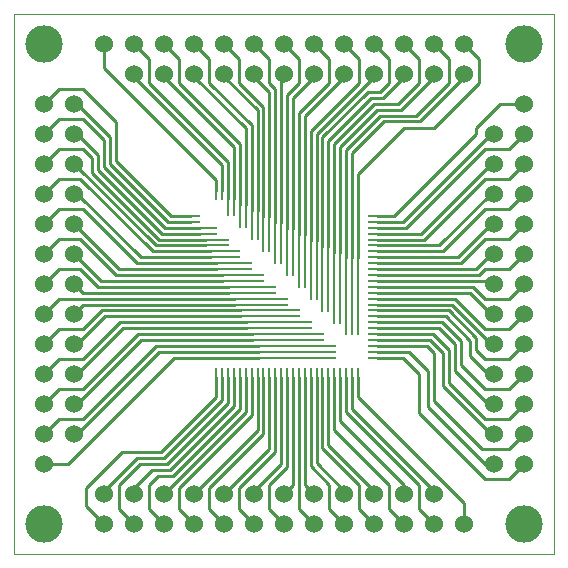
<source format=gtl>
G04 (created by PCBNEW (2013-mar-13)-testing) date Wed 17 Apr 2013 01:49:40 PM EDT*
%MOIN*%
G04 Gerber Fmt 3.4, Leading zero omitted, Abs format*
%FSLAX34Y34*%
G01*
G70*
G90*
G04 APERTURE LIST*
%ADD10C,0.006*%
%ADD11C,0.00393701*%
%ADD12C,0.06*%
%ADD13R,0.0590551X0.0110236*%
%ADD14R,0.11811X0.0110236*%
%ADD15R,0.15748X0.0110236*%
%ADD16R,0.19685X0.0110236*%
%ADD17R,0.23622X0.0110236*%
%ADD18R,0.275591X0.0110236*%
%ADD19R,0.314961X0.0110236*%
%ADD20R,0.354331X0.0110236*%
%ADD21R,0.393701X0.0110236*%
%ADD22R,0.433071X0.0110236*%
%ADD23R,0.472441X0.0110236*%
%ADD24R,0.511811X0.0110236*%
%ADD25R,0.0110236X0.0590551*%
%ADD26R,0.0110236X0.511811*%
%ADD27R,0.0110236X0.472441*%
%ADD28R,0.0110236X0.433071*%
%ADD29R,0.0110236X0.393701*%
%ADD30R,0.0110236X0.354331*%
%ADD31R,0.0110236X0.314961*%
%ADD32R,0.0110236X0.275591*%
%ADD33R,0.0110236X0.23622*%
%ADD34R,0.0110236X0.19685*%
%ADD35R,0.0110236X0.15748*%
%ADD36R,0.0110236X0.11811*%
%ADD37C,0.125*%
%ADD38C,0.009*%
G04 APERTURE END LIST*
G54D10*
G54D11*
X57370Y-57370D02*
X39370Y-57370D01*
X57370Y-39370D02*
X57370Y-57370D01*
X39370Y-39370D02*
X39370Y-57370D01*
X39370Y-39370D02*
X57370Y-39370D01*
G54D12*
X54370Y-40370D03*
X54370Y-41370D03*
X53370Y-40370D03*
X53370Y-41370D03*
X52370Y-40370D03*
X52370Y-41370D03*
X51370Y-40370D03*
X51370Y-41370D03*
X50370Y-40370D03*
X50370Y-41370D03*
X49370Y-40370D03*
X49370Y-41370D03*
X48370Y-40370D03*
X48370Y-41370D03*
X47370Y-40370D03*
X47370Y-41370D03*
X46370Y-40370D03*
X46370Y-41370D03*
X45370Y-40370D03*
X45370Y-41370D03*
X44370Y-40370D03*
X44370Y-41370D03*
X43370Y-40370D03*
X43370Y-41370D03*
X42370Y-40370D03*
X56370Y-54370D03*
X55370Y-54370D03*
X56370Y-53370D03*
X55370Y-53370D03*
X56370Y-52370D03*
X55370Y-52370D03*
X56370Y-51370D03*
X55370Y-51370D03*
X56370Y-50370D03*
X55370Y-50370D03*
X56370Y-49370D03*
X55370Y-49370D03*
X56370Y-48370D03*
X55370Y-48370D03*
X56370Y-47370D03*
X55370Y-47370D03*
X56370Y-46370D03*
X55370Y-46370D03*
X56370Y-45370D03*
X55370Y-45370D03*
X56370Y-44370D03*
X55370Y-44370D03*
X56370Y-43370D03*
X55370Y-43370D03*
X56370Y-42370D03*
X42370Y-56370D03*
X42370Y-55370D03*
X43370Y-56370D03*
X43370Y-55370D03*
X44370Y-56370D03*
X44370Y-55370D03*
X45370Y-56370D03*
X45370Y-55370D03*
X46370Y-56370D03*
X46370Y-55370D03*
X47370Y-56370D03*
X47370Y-55370D03*
X48370Y-56370D03*
X48370Y-55370D03*
X49370Y-56370D03*
X49370Y-55370D03*
X50370Y-56370D03*
X50370Y-55370D03*
X51370Y-56370D03*
X51370Y-55370D03*
X52370Y-56370D03*
X52370Y-55370D03*
X53370Y-56370D03*
X53370Y-55370D03*
X54370Y-56370D03*
X40370Y-42370D03*
X41370Y-42370D03*
X40370Y-43370D03*
X41370Y-43370D03*
X40370Y-44370D03*
X41370Y-44370D03*
X40370Y-45370D03*
X41370Y-45370D03*
X40370Y-46370D03*
X41370Y-46370D03*
X40370Y-47370D03*
X41370Y-47370D03*
X40370Y-48370D03*
X41370Y-48370D03*
X40370Y-49370D03*
X41370Y-49370D03*
X40370Y-50370D03*
X41370Y-50370D03*
X40370Y-51370D03*
X41370Y-51370D03*
X40370Y-52370D03*
X41370Y-52370D03*
X40370Y-53370D03*
X41370Y-53370D03*
X40370Y-54370D03*
G54D13*
X45259Y-46106D03*
X45259Y-46303D03*
G54D14*
X45555Y-46500D03*
X45555Y-46696D03*
G54D15*
X45751Y-46893D03*
X45751Y-47090D03*
G54D16*
X45948Y-47287D03*
X45948Y-47484D03*
G54D17*
X46145Y-47681D03*
X46145Y-47877D03*
G54D18*
X46342Y-48074D03*
X46342Y-48271D03*
G54D19*
X46539Y-48468D03*
X46539Y-48665D03*
G54D20*
X46736Y-48862D03*
X46736Y-49059D03*
G54D21*
X46933Y-49255D03*
X46933Y-49452D03*
G54D22*
X47129Y-49649D03*
X47129Y-49846D03*
G54D23*
X47326Y-50043D03*
X47326Y-50240D03*
G54D24*
X47523Y-50437D03*
X47523Y-50633D03*
X47523Y-50830D03*
G54D25*
X46106Y-51480D03*
X46303Y-51480D03*
X46500Y-51480D03*
X46696Y-51480D03*
X46893Y-51480D03*
X47090Y-51480D03*
X47287Y-51480D03*
X47484Y-51480D03*
X47681Y-51480D03*
X47877Y-51480D03*
X48074Y-51480D03*
X48271Y-51480D03*
X48468Y-51480D03*
X48665Y-51480D03*
X48862Y-51480D03*
X49059Y-51480D03*
X49255Y-51480D03*
X49452Y-51480D03*
X49649Y-51480D03*
X49846Y-51480D03*
X50043Y-51480D03*
X50240Y-51480D03*
X50437Y-51480D03*
X50633Y-51480D03*
G54D13*
X51480Y-50633D03*
X51480Y-50437D03*
X51480Y-50240D03*
X51480Y-50043D03*
X51480Y-49846D03*
X51480Y-49649D03*
X51480Y-49452D03*
X51480Y-49255D03*
X51480Y-49059D03*
X51480Y-48862D03*
X51480Y-48665D03*
X51480Y-48468D03*
X51480Y-48271D03*
X51480Y-48074D03*
X51480Y-47877D03*
X51480Y-47681D03*
X51480Y-47484D03*
X51480Y-47287D03*
X51480Y-47090D03*
X51480Y-46893D03*
X51480Y-46696D03*
X51480Y-46500D03*
X51480Y-46303D03*
X51480Y-46106D03*
G54D26*
X50830Y-47523D03*
X50633Y-47523D03*
X50437Y-47523D03*
G54D27*
X50240Y-47326D03*
X50043Y-47326D03*
G54D28*
X49846Y-47129D03*
X49649Y-47129D03*
G54D29*
X49452Y-46933D03*
X49255Y-46933D03*
G54D30*
X49059Y-46736D03*
X48862Y-46736D03*
G54D31*
X48665Y-46539D03*
X48468Y-46539D03*
G54D32*
X48271Y-46342D03*
X48074Y-46342D03*
G54D33*
X47877Y-46145D03*
X47681Y-46145D03*
G54D34*
X47484Y-45948D03*
X47287Y-45948D03*
G54D35*
X47090Y-45751D03*
X46893Y-45751D03*
G54D36*
X46696Y-45555D03*
X46500Y-45555D03*
G54D25*
X46303Y-45259D03*
X46106Y-45259D03*
X50830Y-51480D03*
G54D13*
X51480Y-50830D03*
G54D37*
X56370Y-56370D03*
X56370Y-40370D03*
X40370Y-40370D03*
X40370Y-56370D03*
G54D38*
X47877Y-46145D02*
X47877Y-41977D01*
X47370Y-41470D02*
X47370Y-41370D01*
X47877Y-41977D02*
X47370Y-41470D01*
X47681Y-46145D02*
X47681Y-42481D01*
X46870Y-40870D02*
X46370Y-40370D01*
X46870Y-41670D02*
X46870Y-40870D01*
X47681Y-42481D02*
X46870Y-41670D01*
X47326Y-50043D02*
X43496Y-50043D01*
X40870Y-51870D02*
X40370Y-52370D01*
X41670Y-51870D02*
X40870Y-51870D01*
X43496Y-50043D02*
X41670Y-51870D01*
X48074Y-46342D02*
X48074Y-41874D01*
X47870Y-40870D02*
X47370Y-40370D01*
X47870Y-41670D02*
X47870Y-40870D01*
X48074Y-41874D02*
X47870Y-41670D01*
X48271Y-46342D02*
X48271Y-41468D01*
X48271Y-41468D02*
X48370Y-41370D01*
X48468Y-46539D02*
X48468Y-42071D01*
X48870Y-40870D02*
X48370Y-40370D01*
X48870Y-41670D02*
X48870Y-40870D01*
X48468Y-42071D02*
X48870Y-41670D01*
X48665Y-46539D02*
X48665Y-42174D01*
X49370Y-41470D02*
X49370Y-41370D01*
X48665Y-42174D02*
X49370Y-41470D01*
X49059Y-46736D02*
X49059Y-42781D01*
X50370Y-41470D02*
X50370Y-41370D01*
X49059Y-42781D02*
X50370Y-41470D01*
X50830Y-47523D02*
X50830Y-44709D01*
X54870Y-40870D02*
X54370Y-40370D01*
X54870Y-41670D02*
X54870Y-40870D01*
X53370Y-43170D02*
X54870Y-41670D01*
X52370Y-43170D02*
X53370Y-43170D01*
X50830Y-44709D02*
X52370Y-43170D01*
X50633Y-47523D02*
X50633Y-44006D01*
X54370Y-41470D02*
X54370Y-41370D01*
X52890Y-42950D02*
X54370Y-41470D01*
X51690Y-42950D02*
X52890Y-42950D01*
X50633Y-44006D02*
X51690Y-42950D01*
X50437Y-47523D02*
X50437Y-43903D01*
X53870Y-40870D02*
X53370Y-40370D01*
X53870Y-41670D02*
X53870Y-40870D01*
X52770Y-42770D02*
X53870Y-41670D01*
X51570Y-42770D02*
X52770Y-42770D01*
X50437Y-43903D02*
X51570Y-42770D01*
X50240Y-47326D02*
X50240Y-43800D01*
X53370Y-41470D02*
X53370Y-41370D01*
X52270Y-42570D02*
X53370Y-41470D01*
X51470Y-42570D02*
X52270Y-42570D01*
X50240Y-43800D02*
X51470Y-42570D01*
X47090Y-45751D02*
X47090Y-43190D01*
X45370Y-41470D02*
X45370Y-41370D01*
X47090Y-43190D02*
X45370Y-41470D01*
X50043Y-47326D02*
X50043Y-43696D01*
X52870Y-40870D02*
X52370Y-40370D01*
X52870Y-41670D02*
X52870Y-40870D01*
X52170Y-42370D02*
X52870Y-41670D01*
X51370Y-42370D02*
X52170Y-42370D01*
X50043Y-43696D02*
X51370Y-42370D01*
X49846Y-47129D02*
X49846Y-43593D01*
X52370Y-41470D02*
X52370Y-41370D01*
X51670Y-42170D02*
X52370Y-41470D01*
X51270Y-42170D02*
X51670Y-42170D01*
X49846Y-43593D02*
X51270Y-42170D01*
X49649Y-47129D02*
X49649Y-43490D01*
X51870Y-40870D02*
X51370Y-40370D01*
X51870Y-41670D02*
X51870Y-40870D01*
X51570Y-41970D02*
X51870Y-41670D01*
X51170Y-41970D02*
X51570Y-41970D01*
X49649Y-43490D02*
X51170Y-41970D01*
X49452Y-46933D02*
X49452Y-43387D01*
X51370Y-41470D02*
X51370Y-41370D01*
X49452Y-43387D02*
X51370Y-41470D01*
X49255Y-46933D02*
X49255Y-43284D01*
X50870Y-40870D02*
X50370Y-40370D01*
X50870Y-41670D02*
X50870Y-40870D01*
X49255Y-43284D02*
X50870Y-41670D01*
X48862Y-46736D02*
X48862Y-42677D01*
X49870Y-40870D02*
X49370Y-40370D01*
X49870Y-41670D02*
X49870Y-40870D01*
X48862Y-42677D02*
X49870Y-41670D01*
X51480Y-49059D02*
X53959Y-49059D01*
X55270Y-50370D02*
X55370Y-50370D01*
X53959Y-49059D02*
X55270Y-50370D01*
X51480Y-46303D02*
X52337Y-46303D01*
X55270Y-43370D02*
X55370Y-43370D01*
X52337Y-46303D02*
X55270Y-43370D01*
X51480Y-48271D02*
X55271Y-48271D01*
X55271Y-48271D02*
X55370Y-48370D01*
X51480Y-46500D02*
X52440Y-46500D01*
X55870Y-43870D02*
X56370Y-43370D01*
X55070Y-43870D02*
X55870Y-43870D01*
X52440Y-46500D02*
X55070Y-43870D01*
X46893Y-45751D02*
X46893Y-43693D01*
X44870Y-40870D02*
X44370Y-40370D01*
X44870Y-41670D02*
X44870Y-40870D01*
X46893Y-43693D02*
X44870Y-41670D01*
X51480Y-48468D02*
X54668Y-48468D01*
X55870Y-48870D02*
X56370Y-48370D01*
X55070Y-48870D02*
X55870Y-48870D01*
X54668Y-48468D02*
X55070Y-48870D01*
X51480Y-46696D02*
X52943Y-46696D01*
X55270Y-44370D02*
X55370Y-44370D01*
X52943Y-46696D02*
X55270Y-44370D01*
X51480Y-48665D02*
X54565Y-48665D01*
X55270Y-49370D02*
X55370Y-49370D01*
X54565Y-48665D02*
X55270Y-49370D01*
X51480Y-46893D02*
X53046Y-46893D01*
X55870Y-44870D02*
X56370Y-44370D01*
X55070Y-44870D02*
X55870Y-44870D01*
X53046Y-46893D02*
X55070Y-44870D01*
X51480Y-48862D02*
X54062Y-48862D01*
X55870Y-49870D02*
X56370Y-49370D01*
X55070Y-49870D02*
X55870Y-49870D01*
X54062Y-48862D02*
X55070Y-49870D01*
X51480Y-47090D02*
X53549Y-47090D01*
X55270Y-45370D02*
X55370Y-45370D01*
X53549Y-47090D02*
X55270Y-45370D01*
X51480Y-48074D02*
X54865Y-48074D01*
X55870Y-47870D02*
X56370Y-47370D01*
X55070Y-47870D02*
X55870Y-47870D01*
X54865Y-48074D02*
X55070Y-47870D01*
X51480Y-49255D02*
X53855Y-49255D01*
X55870Y-50870D02*
X56370Y-50370D01*
X55070Y-50870D02*
X55870Y-50870D01*
X54770Y-50570D02*
X55070Y-50870D01*
X54770Y-50170D02*
X54770Y-50570D01*
X53855Y-49255D02*
X54770Y-50170D01*
X51480Y-49452D02*
X53752Y-49452D01*
X55170Y-51370D02*
X55370Y-51370D01*
X54570Y-50770D02*
X55170Y-51370D01*
X54570Y-50270D02*
X54570Y-50770D01*
X53752Y-49452D02*
X54570Y-50270D01*
X51480Y-49649D02*
X53649Y-49649D01*
X55870Y-51870D02*
X56370Y-51370D01*
X55070Y-51870D02*
X55870Y-51870D01*
X54270Y-51070D02*
X55070Y-51870D01*
X54270Y-50270D02*
X54270Y-51070D01*
X53649Y-49649D02*
X54270Y-50270D01*
X46696Y-45555D02*
X46696Y-43796D01*
X44370Y-41470D02*
X44370Y-41370D01*
X46696Y-43796D02*
X44370Y-41470D01*
X51480Y-49846D02*
X53546Y-49846D01*
X55170Y-52370D02*
X55370Y-52370D01*
X54070Y-51270D02*
X55170Y-52370D01*
X54070Y-50370D02*
X54070Y-51270D01*
X53546Y-49846D02*
X54070Y-50370D01*
X51480Y-50043D02*
X53343Y-50043D01*
X55870Y-52870D02*
X56370Y-52370D01*
X55070Y-52870D02*
X55870Y-52870D01*
X53870Y-51670D02*
X55070Y-52870D01*
X53870Y-50570D02*
X53870Y-51670D01*
X53343Y-50043D02*
X53870Y-50570D01*
X51480Y-50240D02*
X53240Y-50240D01*
X55270Y-53370D02*
X55370Y-53370D01*
X53670Y-51770D02*
X55270Y-53370D01*
X53670Y-50670D02*
X53670Y-51770D01*
X53240Y-50240D02*
X53670Y-50670D01*
X51480Y-50437D02*
X53137Y-50437D01*
X55870Y-53870D02*
X56370Y-53370D01*
X54970Y-53870D02*
X55870Y-53870D01*
X53370Y-52270D02*
X54970Y-53870D01*
X53370Y-50670D02*
X53370Y-52270D01*
X53137Y-50437D02*
X53370Y-50670D01*
X51480Y-50633D02*
X52533Y-50633D01*
X55070Y-54370D02*
X55370Y-54370D01*
X53170Y-52470D02*
X55070Y-54370D01*
X53170Y-51270D02*
X53170Y-52470D01*
X52533Y-50633D02*
X53170Y-51270D01*
X45259Y-46106D02*
X44606Y-46106D01*
X40870Y-41870D02*
X40370Y-42370D01*
X41670Y-41870D02*
X40870Y-41870D01*
X42770Y-42970D02*
X41670Y-41870D01*
X42770Y-44270D02*
X42770Y-42970D01*
X44606Y-46106D02*
X42770Y-44270D01*
X51480Y-47287D02*
X53652Y-47287D01*
X55870Y-45870D02*
X56370Y-45370D01*
X55070Y-45870D02*
X55870Y-45870D01*
X53652Y-47287D02*
X55070Y-45870D01*
X51480Y-47484D02*
X54155Y-47484D01*
X55270Y-46370D02*
X55370Y-46370D01*
X54155Y-47484D02*
X55270Y-46370D01*
X51480Y-47681D02*
X54259Y-47681D01*
X55870Y-46870D02*
X56370Y-46370D01*
X55070Y-46870D02*
X55870Y-46870D01*
X54259Y-47681D02*
X55070Y-46870D01*
X51480Y-47877D02*
X54762Y-47877D01*
X55270Y-47370D02*
X55370Y-47370D01*
X54762Y-47877D02*
X55270Y-47370D01*
X46500Y-45555D02*
X46500Y-44300D01*
X43870Y-40870D02*
X43370Y-40370D01*
X43870Y-41670D02*
X43870Y-40870D01*
X46500Y-44300D02*
X43870Y-41670D01*
X51480Y-46106D02*
X52033Y-46106D01*
X55570Y-42370D02*
X56370Y-42370D01*
X54770Y-43170D02*
X55570Y-42370D01*
X54770Y-43370D02*
X54770Y-43170D01*
X52033Y-46106D02*
X54770Y-43370D01*
X50240Y-51480D02*
X50240Y-52940D01*
X52370Y-55070D02*
X52370Y-55370D01*
X50240Y-52940D02*
X52370Y-55070D01*
X51480Y-50830D02*
X52330Y-50830D01*
X55870Y-54870D02*
X56370Y-54370D01*
X55070Y-54870D02*
X55870Y-54870D01*
X52870Y-52670D02*
X55070Y-54870D01*
X52870Y-51370D02*
X52870Y-52670D01*
X52330Y-50830D02*
X52870Y-51370D01*
X50830Y-51480D02*
X50830Y-52130D01*
X54370Y-55670D02*
X54370Y-56370D01*
X50830Y-52130D02*
X54370Y-55670D01*
X50633Y-51480D02*
X50633Y-52533D01*
X53370Y-55270D02*
X53370Y-55370D01*
X50633Y-52533D02*
X53370Y-55270D01*
X50437Y-51480D02*
X50437Y-52637D01*
X52870Y-55870D02*
X53370Y-56370D01*
X52870Y-55070D02*
X52870Y-55870D01*
X50437Y-52637D02*
X52870Y-55070D01*
X50043Y-51480D02*
X50043Y-53243D01*
X51870Y-55870D02*
X52370Y-56370D01*
X51870Y-55070D02*
X51870Y-55870D01*
X50043Y-53243D02*
X51870Y-55070D01*
X49846Y-51480D02*
X49846Y-53746D01*
X51370Y-55270D02*
X51370Y-55370D01*
X49846Y-53746D02*
X51370Y-55270D01*
X49649Y-51480D02*
X49649Y-53849D01*
X50870Y-55870D02*
X51370Y-56370D01*
X50870Y-55070D02*
X50870Y-55870D01*
X49649Y-53849D02*
X50870Y-55070D01*
X49452Y-51480D02*
X49452Y-54352D01*
X50370Y-55270D02*
X50370Y-55370D01*
X49452Y-54352D02*
X50370Y-55270D01*
X46303Y-45259D02*
X46303Y-44403D01*
X43370Y-41470D02*
X43370Y-41370D01*
X46303Y-44403D02*
X43370Y-41470D01*
X49255Y-51480D02*
X49255Y-54455D01*
X49870Y-55870D02*
X50370Y-56370D01*
X49870Y-55070D02*
X49870Y-55870D01*
X49255Y-54455D02*
X49870Y-55070D01*
X49059Y-51480D02*
X49059Y-55059D01*
X49059Y-55059D02*
X49370Y-55370D01*
X48862Y-51480D02*
X48862Y-55862D01*
X48862Y-55862D02*
X49370Y-56370D01*
X48665Y-51480D02*
X48665Y-55074D01*
X48665Y-55074D02*
X48370Y-55370D01*
X48468Y-51480D02*
X48468Y-54471D01*
X47870Y-55870D02*
X48370Y-56370D01*
X47870Y-55070D02*
X47870Y-55870D01*
X48468Y-54471D02*
X47870Y-55070D01*
X46145Y-47877D02*
X42877Y-47877D01*
X42877Y-47877D02*
X41370Y-46370D01*
X47129Y-49649D02*
X42890Y-49649D01*
X40870Y-50870D02*
X40370Y-51370D01*
X41670Y-50870D02*
X40870Y-50870D01*
X42890Y-49649D02*
X41670Y-50870D01*
X46933Y-49452D02*
X42387Y-49452D01*
X41470Y-50370D02*
X41370Y-50370D01*
X42387Y-49452D02*
X41470Y-50370D01*
X46933Y-49255D02*
X42284Y-49255D01*
X40870Y-49870D02*
X40370Y-50370D01*
X41670Y-49870D02*
X40870Y-49870D01*
X42284Y-49255D02*
X41670Y-49870D01*
X46736Y-49059D02*
X41681Y-49059D01*
X41681Y-49059D02*
X41370Y-49370D01*
X46106Y-45259D02*
X46106Y-44906D01*
X42370Y-41170D02*
X42370Y-40370D01*
X46106Y-44906D02*
X42370Y-41170D01*
X46736Y-48862D02*
X40877Y-48862D01*
X40877Y-48862D02*
X40370Y-49370D01*
X46539Y-48665D02*
X41665Y-48665D01*
X41665Y-48665D02*
X41370Y-48370D01*
X46539Y-48468D02*
X42168Y-48468D01*
X40870Y-47870D02*
X40370Y-48370D01*
X41570Y-47870D02*
X40870Y-47870D01*
X42168Y-48468D02*
X41570Y-47870D01*
X46342Y-48271D02*
X42271Y-48271D01*
X42271Y-48271D02*
X41370Y-47370D01*
X46342Y-48074D02*
X42774Y-48074D01*
X40870Y-46870D02*
X40370Y-47370D01*
X41570Y-46870D02*
X40870Y-46870D01*
X42774Y-48074D02*
X41570Y-46870D01*
X47129Y-49846D02*
X42993Y-49846D01*
X41470Y-51370D02*
X41370Y-51370D01*
X42993Y-49846D02*
X41470Y-51370D01*
X46145Y-47681D02*
X43481Y-47681D01*
X40870Y-45870D02*
X40370Y-46370D01*
X41670Y-45870D02*
X40870Y-45870D01*
X43481Y-47681D02*
X41670Y-45870D01*
X45948Y-47484D02*
X43584Y-47484D01*
X41470Y-45370D02*
X41370Y-45370D01*
X43584Y-47484D02*
X41470Y-45370D01*
X45948Y-47287D02*
X43987Y-47287D01*
X40870Y-44870D02*
X40370Y-45370D01*
X41570Y-44870D02*
X40870Y-44870D01*
X43987Y-47287D02*
X41570Y-44870D01*
X45751Y-47090D02*
X44090Y-47090D01*
X44090Y-47090D02*
X41370Y-44370D01*
X47287Y-45948D02*
X47287Y-43087D01*
X45870Y-40870D02*
X45370Y-40370D01*
X45870Y-41670D02*
X45870Y-40870D01*
X47287Y-43087D02*
X45870Y-41670D01*
X45751Y-46893D02*
X44193Y-46893D01*
X40870Y-43870D02*
X40370Y-44370D01*
X41670Y-43870D02*
X40870Y-43870D01*
X41970Y-44170D02*
X41670Y-43870D01*
X41970Y-44670D02*
X41970Y-44170D01*
X44193Y-46893D02*
X41970Y-44670D01*
X45555Y-46696D02*
X44296Y-46696D01*
X41470Y-43370D02*
X41370Y-43370D01*
X42170Y-44070D02*
X41470Y-43370D01*
X42170Y-44570D02*
X42170Y-44070D01*
X44296Y-46696D02*
X42170Y-44570D01*
X45555Y-46500D02*
X44400Y-46500D01*
X40870Y-42870D02*
X40370Y-43370D01*
X41670Y-42870D02*
X40870Y-42870D01*
X42370Y-43570D02*
X41670Y-42870D01*
X42370Y-44470D02*
X42370Y-43570D01*
X44400Y-46500D02*
X42370Y-44470D01*
X45259Y-46303D02*
X44503Y-46303D01*
X41470Y-42370D02*
X41370Y-42370D01*
X42570Y-43470D02*
X41470Y-42370D01*
X42570Y-44370D02*
X42570Y-43470D01*
X44503Y-46303D02*
X42570Y-44370D01*
X46696Y-51480D02*
X46696Y-52443D01*
X43370Y-55170D02*
X43370Y-55370D01*
X43970Y-54570D02*
X43370Y-55170D01*
X44570Y-54570D02*
X43970Y-54570D01*
X46696Y-52443D02*
X44570Y-54570D01*
X48271Y-51480D02*
X48271Y-54368D01*
X47370Y-55270D02*
X47370Y-55370D01*
X48271Y-54368D02*
X47370Y-55270D01*
X48074Y-51480D02*
X48074Y-53965D01*
X46870Y-55870D02*
X47370Y-56370D01*
X46870Y-55170D02*
X46870Y-55870D01*
X48074Y-53965D02*
X46870Y-55170D01*
X47877Y-51480D02*
X47877Y-53862D01*
X47877Y-53862D02*
X46370Y-55370D01*
X47681Y-51480D02*
X47681Y-53359D01*
X45870Y-55870D02*
X46370Y-56370D01*
X45870Y-55170D02*
X45870Y-55870D01*
X47681Y-53359D02*
X45870Y-55170D01*
X47484Y-51480D02*
X47484Y-53255D01*
X47484Y-53255D02*
X45370Y-55370D01*
X47484Y-45948D02*
X47484Y-42584D01*
X46370Y-41470D02*
X46370Y-41370D01*
X47484Y-42584D02*
X46370Y-41470D01*
X47287Y-51480D02*
X47287Y-52752D01*
X44870Y-55870D02*
X45370Y-56370D01*
X44870Y-55170D02*
X44870Y-55870D01*
X47287Y-52752D02*
X44870Y-55170D01*
X47090Y-51480D02*
X47090Y-52649D01*
X47090Y-52649D02*
X44370Y-55370D01*
X46893Y-51480D02*
X46893Y-52546D01*
X43870Y-55870D02*
X44370Y-56370D01*
X43870Y-55070D02*
X43870Y-55870D01*
X44170Y-54770D02*
X43870Y-55070D01*
X44670Y-54770D02*
X44170Y-54770D01*
X46893Y-52546D02*
X44670Y-54770D01*
X46500Y-51480D02*
X46500Y-52340D01*
X42870Y-55870D02*
X43370Y-56370D01*
X42870Y-55070D02*
X42870Y-55870D01*
X43570Y-54370D02*
X42870Y-55070D01*
X44470Y-54370D02*
X43570Y-54370D01*
X46500Y-52340D02*
X44470Y-54370D01*
X46303Y-51480D02*
X46303Y-52237D01*
X42370Y-55270D02*
X42370Y-55370D01*
X43470Y-54170D02*
X42370Y-55270D01*
X44370Y-54170D02*
X43470Y-54170D01*
X46303Y-52237D02*
X44370Y-54170D01*
X46106Y-51480D02*
X46106Y-52133D01*
X41770Y-55770D02*
X42370Y-56370D01*
X41770Y-55170D02*
X41770Y-55770D01*
X42970Y-53970D02*
X41770Y-55170D01*
X44270Y-53970D02*
X42970Y-53970D01*
X46106Y-52133D02*
X44270Y-53970D01*
X47523Y-50830D02*
X44709Y-50830D01*
X41170Y-54370D02*
X40370Y-54370D01*
X44709Y-50830D02*
X41170Y-54370D01*
X47523Y-50633D02*
X44206Y-50633D01*
X41470Y-53370D02*
X41370Y-53370D01*
X44206Y-50633D02*
X41470Y-53370D01*
X47523Y-50437D02*
X44103Y-50437D01*
X40870Y-52870D02*
X40370Y-53370D01*
X41670Y-52870D02*
X40870Y-52870D01*
X44103Y-50437D02*
X41670Y-52870D01*
X47326Y-50240D02*
X43600Y-50240D01*
X41470Y-52370D02*
X41370Y-52370D01*
X43600Y-50240D02*
X41470Y-52370D01*
M02*

</source>
